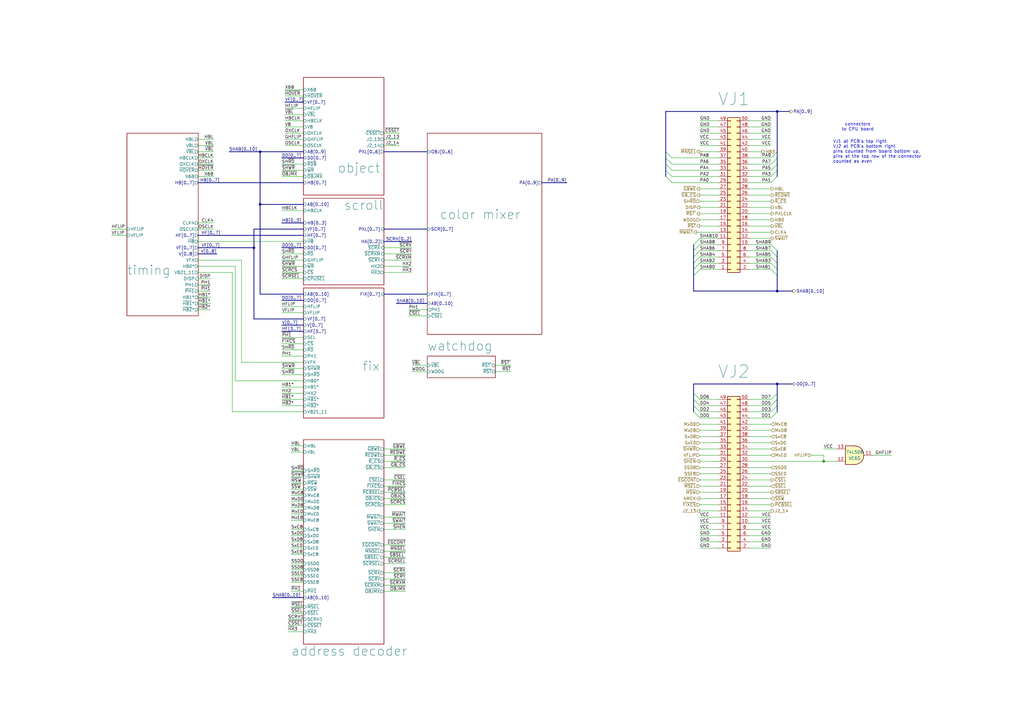
<source format=kicad_sch>
(kicad_sch (version 20231120) (generator "eeschema") (generator_version "8.0")
  (paper "A3")
  (title_block (date "2024-10-12") (company "JOTEGO") (comment 1 "Jose Tejada"))
  (lib_symbols
    (symbol "Connector_Generic:Conn_02x25_Odd_Even" (pin_names (offset 1.016) hide)
      (property "Reference" "J" (at 1.27 33.02 0))
      (property "Value" "Conn_02x25_Odd_Even" (at 1.27 -33.02 0))
      (symbol "Conn_02x25_Odd_Even_1_1"
        (rectangle (start -1.27 -30.353) (end 0 -30.607) (stroke (width 0.1524)))
        (rectangle (start -1.27 -27.813) (end 0 -28.067) (stroke (width 0.1524)))
        (rectangle (start -1.27 -25.273) (end 0 -25.527) (stroke (width 0.1524)))
        (rectangle (start -1.27 -22.733) (end 0 -22.987) (stroke (width 0.1524)))
        (rectangle (start -1.27 -20.193) (end 0 -20.447) (stroke (width 0.1524)))
        (rectangle (start -1.27 -17.653) (end 0 -17.907) (stroke (width 0.1524)))
        (rectangle (start -1.27 -15.113) (end 0 -15.367) (stroke (width 0.1524)))
        (rectangle (start -1.27 -12.573) (end 0 -12.827) (stroke (width 0.1524)))
        (rectangle (start -1.27 -10.033) (end 0 -10.287) (stroke (width 0.1524)))
        (rectangle (start -1.27 -7.493) (end 0 -7.747) (stroke (width 0.1524)))
        (rectangle (start -1.27 -4.953) (end 0 -5.207) (stroke (width 0.1524)))
        (rectangle (start -1.27 -2.413) (end 0 -2.667) (stroke (width 0.1524)))
        (rectangle (start -1.27 0.127) (end 0 -0.127) (stroke (width 0.1524)))
        (rectangle (start -1.27 2.667) (end 0 2.413) (stroke (width 0.1524)))
        (rectangle (start -1.27 5.207) (end 0 4.953) (stroke (width 0.1524)))
        (rectangle (start -1.27 7.747) (end 0 7.493) (stroke (width 0.1524)))
        (rectangle (start -1.27 10.287) (end 0 10.033) (stroke (width 0.1524)))
        (rectangle (start -1.27 12.827) (end 0 12.573) (stroke (width 0.1524)))
        (rectangle (start -1.27 15.367) (end 0 15.113) (stroke (width 0.1524)))
        (rectangle (start -1.27 17.907) (end 0 17.653) (stroke (width 0.1524)))
        (rectangle (start -1.27 20.447) (end 0 20.193) (stroke (width 0.1524)))
        (rectangle (start -1.27 22.987) (end 0 22.733) (stroke (width 0.1524)))
        (rectangle (start -1.27 25.527) (end 0 25.273) (stroke (width 0.1524)))
        (rectangle (start -1.27 28.067) (end 0 27.813) (stroke (width 0.1524)))
        (rectangle (start -1.27 30.607) (end 0 30.353) (stroke (width 0.1524)))
        (rectangle (start -1.27 31.75) (end 3.81 -31.75) (stroke (width 0.254)) (fill (type background)))
        (rectangle (start 3.81 -30.353) (end 2.54 -30.607) (stroke (width 0.1524)))
        (rectangle (start 3.81 -27.813) (end 2.54 -28.067) (stroke (width 0.1524)))
        (rectangle (start 3.81 -25.273) (end 2.54 -25.527) (stroke (width 0.1524)))
        (rectangle (start 3.81 -22.733) (end 2.54 -22.987) (stroke (width 0.1524)))
        (rectangle (start 3.81 -20.193) (end 2.54 -20.447) (stroke (width 0.1524)))
        (rectangle (start 3.81 -17.653) (end 2.54 -17.907) (stroke (width 0.1524)))
        (rectangle (start 3.81 -15.113) (end 2.54 -15.367) (stroke (width 0.1524)))
        (rectangle (start 3.81 -12.573) (end 2.54 -12.827) (stroke (width 0.1524)))
        (rectangle (start 3.81 -10.033) (end 2.54 -10.287) (stroke (width 0.1524)))
        (rectangle (start 3.81 -7.493) (end 2.54 -7.747) (stroke (width 0.1524)))
        (rectangle (start 3.81 -4.953) (end 2.54 -5.207) (stroke (width 0.1524)))
        (rectangle (start 3.81 -2.413) (end 2.54 -2.667) (stroke (width 0.1524)))
        (rectangle (start 3.81 0.127) (end 2.54 -0.127) (stroke (width 0.1524)))
        (rectangle (start 3.81 2.667) (end 2.54 2.413) (stroke (width 0.1524)))
        (rectangle (start 3.81 5.207) (end 2.54 4.953) (stroke (width 0.1524)))
        (rectangle (start 3.81 7.747) (end 2.54 7.493) (stroke (width 0.1524)))
        (rectangle (start 3.81 10.287) (end 2.54 10.033) (stroke (width 0.1524)))
        (rectangle (start 3.81 12.827) (end 2.54 12.573) (stroke (width 0.1524)))
        (rectangle (start 3.81 15.367) (end 2.54 15.113) (stroke (width 0.1524)))
        (rectangle (start 3.81 17.907) (end 2.54 17.653) (stroke (width 0.1524)))
        (rectangle (start 3.81 20.447) (end 2.54 20.193) (stroke (width 0.1524)))
        (rectangle (start 3.81 22.987) (end 2.54 22.733) (stroke (width 0.1524)))
        (rectangle (start 3.81 25.527) (end 2.54 25.273) (stroke (width 0.1524)))
        (rectangle (start 3.81 28.067) (end 2.54 27.813) (stroke (width 0.1524)))
        (rectangle (start 3.81 30.607) (end 2.54 30.353) (stroke (width 0.1524)))
        (pin passive line (at -5.08 30.48 0) (length 3.81) (name "Pin_1") (number "1"))
        (pin passive line (at 7.62 20.32 180) (length 3.81) (name "Pin_10") (number "10"))
        (pin passive line (at -5.08 17.78 0) (length 3.81) (name "Pin_11") (number "11"))
        (pin passive line (at 7.62 17.78 180) (length 3.81) (name "Pin_12") (number "12"))
        (pin passive line (at -5.08 15.24 0) (length 3.81) (name "Pin_13") (number "13"))
        (pin passive line (at 7.62 15.24 180) (length 3.81) (name "Pin_14") (number "14"))
        (pin passive line (at -5.08 12.7 0) (length 3.81) (name "Pin_15") (number "15"))
        (pin passive line (at 7.62 12.7 180) (length 3.81) (name "Pin_16") (number "16"))
        (pin passive line (at -5.08 10.16 0) (length 3.81) (name "Pin_17") (number "17"))
        (pin passive line (at 7.62 10.16 180) (length 3.81) (name "Pin_18") (number "18"))
        (pin passive line (at -5.08 7.62 0) (length 3.81) (name "Pin_19") (number "19"))
        (pin passive line (at 7.62 30.48 180) (length 3.81) (name "Pin_2") (number "2"))
        (pin passive line (at 7.62 7.62 180) (length 3.81) (name "Pin_20") (number "20"))
        (pin passive line (at -5.08 5.08 0) (length 3.81) (name "Pin_21") (number "21"))
        (pin passive line (at 7.62 5.08 180) (length 3.81) (name "Pin_22") (number "22"))
        (pin passive line (at -5.08 2.54 0) (length 3.81) (name "Pin_23") (number "23"))
        (pin passive line (at 7.62 2.54 180) (length 3.81) (name "Pin_24") (number "24"))
        (pin passive line (at -5.08 0 0) (length 3.81) (name "Pin_25") (number "25"))
        (pin passive line (at 7.62 0 180) (length 3.81) (name "Pin_26") (number "26"))
        (pin passive line (at -5.08 -2.54 0) (length 3.81) (name "Pin_27") (number "27"))
        (pin passive line (at 7.62 -2.54 180) (length 3.81) (name "Pin_28") (number "28"))
        (pin passive line (at -5.08 -5.08 0) (length 3.81) (name "Pin_29") (number "29"))
        (pin passive line (at -5.08 27.94 0) (length 3.81) (name "Pin_3") (number "3"))
        (pin passive line (at 7.62 -5.08 180) (length 3.81) (name "Pin_30") (number "30"))
        (pin passive line (at -5.08 -7.62 0) (length 3.81) (name "Pin_31") (number "31"))
        (pin passive line (at 7.62 -7.62 180) (length 3.81) (name "Pin_32") (number "32"))
        (pin passive line (at -5.08 -10.16 0) (length 3.81) (name "Pin_33") (number "33"))
        (pin passive line (at 7.62 -10.16 180) (length 3.81) (name "Pin_34") (number "34"))
        (pin passive line (at -5.08 -12.7 0) (length 3.81) (name "Pin_35") (number "35"))
        (pin passive line (at 7.62 -12.7 180) (length 3.81) (name "Pin_36") (number "36"))
        (pin passive line (at -5.08 -15.24 0) (length 3.81) (name "Pin_37") (number "37"))
        (pin passive line (at 7.62 -15.24 180) (length 3.81) (name "Pin_38") (number "38"))
        (pin passive line (at -5.08 -17.78 0) (length 3.81) (name "Pin_39") (number "39"))
        (pin passive line (at 7.62 27.94 180) (length 3.81) (name "Pin_4") (number "4"))
        (pin passive line (at 7.62 -17.78 180) (length 3.81) (name "Pin_40") (number "40"))
        (pin passive line (at -5.08 -20.32 0) (length 3.81) (name "Pin_41") (number "41"))
        (pin passive line (at 7.62 -20.32 180) (length 3.81) (name "Pin_42") (number "42"))
        (pin passive line (at -5.08 -22.86 0) (length 3.81) (name "Pin_43") (number "43"))
        (pin passive line (at 7.62 -22.86 180) (length 3.81) (name "Pin_44") (number "44"))
        (pin passive line (at -5.08 -25.4 0) (length 3.81) (name "Pin_45") (number "45"))
        (pin passive line (at 7.62 -25.4 180) (length 3.81) (name "Pin_46") (number "46"))
        (pin passive line (at -5.08 -27.94 0) (length 3.81) (name "Pin_47") (number "47"))
        (pin passive line (at 7.62 -27.94 180) (length 3.81) (name "Pin_48") (number "48"))
        (pin passive line (at -5.08 -30.48 0) (length 3.81) (name "Pin_49") (number "49"))
        (pin passive line (at -5.08 25.4 0) (length 3.81) (name "Pin_5") (number "5"))
        (pin passive line (at 7.62 -30.48 180) (length 3.81) (name "Pin_50") (number "50"))
        (pin passive line (at 7.62 25.4 180) (length 3.81) (name "Pin_6") (number "6"))
        (pin passive line (at -5.08 22.86 0) (length 3.81) (name "Pin_7") (number "7"))
        (pin passive line (at 7.62 22.86 180) (length 3.81) (name "Pin_8") (number "8"))
        (pin passive line (at -5.08 20.32 0) (length 3.81) (name "Pin_9") (number "9"))
      )
    )
    (symbol "jt74:74LS08" (pin_names (offset 1.016))
      (property "Reference" "U" (at 0 1.27 0))
      (property "Value" "74LS08" (at 0 -1.27 0))
      (symbol "74LS08_1_1"
        (arc (start 0 -3.81) (mid 3.7934 0) (end 0 3.81) (stroke (width 0.254)) (fill (type background)))
        (polyline (pts (xy 0 3.81) (xy -3.81 3.81) (xy -3.81 -3.81) (xy 0 -3.81)) (stroke (width 0.254)) (fill (type background)))
        (pin input line (at -7.62 2.54 0) (length 3.81) (name "~") (number "1"))
        (pin input line (at -7.62 -2.54 0) (length 3.81) (name "~") (number "2"))
        (pin output line (at 7.62 0 180) (length 3.81) (name "~") (number "3"))
      )
      (symbol "74LS08_1_2"
        (arc (start -3.81 -3.81) (mid -2.589 0) (end -3.81 3.81) (stroke (width 0.254)))
        (arc (start -0.6096 -3.81) (mid 2.1842 -2.5851) (end 3.81 0) (stroke (width 0.254)) (fill (type background)))
        (polyline (pts (xy -3.81 -3.81) (xy -0.635 -3.81)) (stroke (width 0.254)) (fill (type background)))
        (polyline (pts (xy -3.81 3.81) (xy -0.635 3.81)) (stroke (width 0.254)) (fill (type background)))
        (polyline (pts (xy -0.635 3.81) (xy -3.81 3.81) (xy -3.81 3.81) (xy -3.556 3.4036) (xy -3.0226 2.2606) (xy -2.6924 1.0414) (xy -2.6162 -0.254) (xy -2.7686 -1.4986) (xy -3.175 -2.7178) (xy -3.81 -3.81) (xy -3.81 -3.81) (xy -0.635 -3.81)) (stroke (width -25.4)) (fill (type background)))
        (arc (start 3.81 0) (mid 2.1915 2.5936) (end -0.6096 3.81) (stroke (width 0.254)) (fill (type background)))
        (pin input inverted (at -7.62 2.54 0) (length 4.318) (name "~") (number "1"))
        (pin input inverted (at -7.62 -2.54 0) (length 4.318) (name "~") (number "2"))
        (pin output inverted (at 7.62 0 180) (length 3.81) (name "~") (number "3"))
      )
      (symbol "74LS08_2_1"
        (arc (start 0 -3.81) (mid 3.7934 0) (end 0 3.81) (stroke (width 0.254)) (fill (type background)))
        (polyline (pts (xy 0 3.81) (xy -3.81 3.81) (xy -3.81 -3.81) (xy 0 -3.81)) (stroke (width 0.254)) (fill (type background)))
        (pin input line (at -7.62 2.54 0) (length 3.81) (name "~") (number "4"))
        (pin input line (at -7.62 -2.54 0) (length 3.81) (name "~") (number "5"))
        (pin output line (at 7.62 0 180) (length 3.81) (name "~") (number "6"))
      )
      (symbol "74LS08_2_2"
        (arc (start -3.81 -3.81) (mid -2.589 0) (end -3.81 3.81) (stroke (width 0.254)))
        (arc (start -0.6096 -3.81) (mid 2.1842 -2.5851) (end 3.81 0) (stroke (width 0.254)) (fill (type background)))
        (polyline (pts (xy -3.81 -3.81) (xy -0.635 -3.81)) (stroke (width 0.254)) (fill (type background)))
        (polyline (pts (xy -3.81 3.81) (xy -0.635 3.81)) (stroke (width 0.254)) (fill (type background)))
        (polyline (pts (xy -0.635 3.81) (xy -3.81 3.81) (xy -3.81 3.81) (xy -3.556 3.4036) (xy -3.0226 2.2606) (xy -2.6924 1.0414) (xy -2.6162 -0.254) (xy -2.7686 -1.4986) (xy -3.175 -2.7178) (xy -3.81 -3.81) (xy -3.81 -3.81) (xy -0.635 -3.81)) (stroke (width -25.4)) (fill (type background)))
        (arc (start 3.81 0) (mid 2.1915 2.5936) (end -0.6096 3.81) (stroke (width 0.254)) (fill (type background)))
        (pin input inverted (at -7.62 2.54 0) (length 4.318) (name "~") (number "4"))
        (pin input inverted (at -7.62 -2.54 0) (length 4.318) (name "~") (number "5"))
        (pin output inverted (at 7.62 0 180) (length 3.81) (name "~") (number "6"))
      )
      (symbol "74LS08_3_1"
        (arc (start 0 -3.81) (mid 3.7934 0) (end 0 3.81) (stroke (width 0.254)) (fill (type background)))
        (polyline (pts (xy 0 3.81) (xy -3.81 3.81) (xy -3.81 -3.81) (xy 0 -3.81)) (stroke (width 0.254)) (fill (type background)))
        (pin input line (at -7.62 -2.54 0) (length 3.81) (name "~") (number "10"))
        (pin output line (at 7.62 0 180) (length 3.81) (name "~") (number "8"))
        (pin input line (at -7.62 2.54 0) (length 3.81) (name "~") (number "9"))
      )
      (symbol "74LS08_3_2"
        (arc (start -3.81 -3.81) (mid -2.589 0) (end -3.81 3.81) (stroke (width 0.254)))
        (arc (start -0.6096 -3.81) (mid 2.1842 -2.5851) (end 3.81 0) (stroke (width 0.254)) (fill (type background)))
        (polyline (pts (xy -3.81 -3.81) (xy -0.635 -3.81)) (stroke (width 0.254)) (fill (type background)))
        (polyline (pts (xy -3.81 3.81) (xy -0.635 3.81)) (stroke (width 0.254)) (fill (type background)))
        (polyline (pts (xy -0.635 3.81) (xy -3.81 3.81) (xy -3.81 3.81) (xy -3.556 3.4036) (xy -3.0226 2.2606) (xy -2.6924 1.0414) (xy -2.6162 -0.254) (xy -2.7686 -1.4986) (xy -3.175 -2.7178) (xy -3.81 -3.81) (xy -3.81 -3.81) (xy -0.635 -3.81)) (stroke (width -25.4)) (fill (type background)))
        (arc (start 3.81 0) (mid 2.1915 2.5936) (end -0.6096 3.81) (stroke (width 0.254)) (fill (type background)))
        (pin input inverted (at -7.62 -2.54 0) (length 4.318) (name "~") (number "10"))
        (pin output inverted (at 7.62 0 180) (length 3.81) (name "~") (number "8"))
        (pin input inverted (at -7.62 2.54 0) (length 4.318) (name "~") (number "9"))
      )
      (symbol "74LS08_4_1"
        (arc (start 0 -3.81) (mid 3.7934 0) (end 0 3.81) (stroke (width 0.254)) (fill (type background)))
        (polyline (pts (xy 0 3.81) (xy -3.81 3.81) (xy -3.81 -3.81) (xy 0 -3.81)) (stroke (width 0.254)) (fill (type background)))
        (pin output line (at 7.62 0 180) (length 3.81) (name "~") (number "11"))
        (pin input line (at -7.62 2.54 0) (length 3.81) (name "~") (number "12"))
        (pin input line (at -7.62 -2.54 0) (length 3.81) (name "~") (number "13"))
      )
      (symbol "74LS08_4_2"
        (arc (start -3.81 -3.81) (mid -2.589 0) (end -3.81 3.81) (stroke (width 0.254)))
        (arc (start -0.6096 -3.81) (mid 2.1842 -2.5851) (end 3.81 0) (stroke (width 0.254)) (fill (type background)))
        (polyline (pts (xy -3.81 -3.81) (xy -0.635 -3.81)) (stroke (width 0.254)) (fill (type background)))
        (polyline (pts (xy -3.81 3.81) (xy -0.635 3.81)) (stroke (width 0.254)) (fill (type background)))
        (polyline (pts (xy -0.635 3.81) (xy -3.81 3.81) (xy -3.81 3.81) (xy -3.556 3.4036) (xy -3.0226 2.2606) (xy -2.6924 1.0414) (xy -2.6162 -0.254) (xy -2.7686 -1.4986) (xy -3.175 -2.7178) (xy -3.81 -3.81) (xy -3.81 -3.81) (xy -0.635 -3.81)) (stroke (width -25.4)) (fill (type background)))
        (arc (start 3.81 0) (mid 2.1915 2.5936) (end -0.6096 3.81) (stroke (width 0.254)) (fill (type background)))
        (pin output inverted (at 7.62 0 180) (length 3.81) (name "~") (number "11"))
        (pin input inverted (at -7.62 2.54 0) (length 4.318) (name "~") (number "12"))
        (pin input inverted (at -7.62 -2.54 0) (length 4.318) (name "~") (number "13"))
      )
      (symbol "74LS08_5_0"
        (pin power_in line (at 0 7.62 270) (length 5.08) hide (name "VCC") (number "14"))
        (pin power_in line (at 0 -7.62 90) (length 5.08) hide (name "VSS") (number "7"))
      )
      (symbol "74LS08_5_1"
        (rectangle (start -5.08 7.62) (end 5.08 -7.62) (stroke (width 0.254)) (fill (type background)))
        (text "+" (at 0 6.35 0) (effects (font (size 1.27 1.27))))
      )
    )
  )
  (junction (at 318.77 119.38))
  (junction (at 106.68 62.23))
  (junction (at 318.77 157.48))
  (junction (at 337.82 189.23))
  (junction (at 318.77 45.72))
  (junction (at 104.14 101.6))
  (junction (at 106.68 83.82))
  (bus_entry (at 287.02 166.37) (size -2.54 -2.54))
  (bus_entry (at 316.23 72.39) (size 2.54 -2.54))
  (bus_entry (at 275.59 69.85) (size -2.54 -2.54))
  (bus_entry (at 318.77 113.03) (size -2.54 -2.54))
  (bus_entry (at 275.59 64.77) (size -2.54 -2.54))
  (bus_entry (at 275.59 72.39) (size -2.54 -2.54))
  (bus_entry (at 284.48 105.41) (size 2.54 -2.54))
  (bus_entry (at 316.23 166.37) (size 2.54 -2.54))
  (bus_entry (at 316.23 69.85) (size 2.54 -2.54))
  (bus_entry (at 287.02 163.83) (size -2.54 -2.54))
  (bus_entry (at 287.02 171.45) (size -2.54 -2.54))
  (bus_entry (at 316.23 168.91) (size 2.54 -2.54))
  (bus_entry (at 316.23 67.31) (size 2.54 -2.54))
  (bus_entry (at 284.48 110.49) (size 2.54 -2.54))
  (bus_entry (at 316.23 74.93) (size 2.54 -2.54))
  (bus_entry (at 284.48 107.95) (size 2.54 -2.54))
  (bus_entry (at 316.23 64.77) (size 2.54 -2.54))
  (bus_entry (at 284.48 100.33) (size 2.54 -2.54))
  (bus_entry (at 318.77 102.87) (size -2.54 -2.54))
  (bus_entry (at 275.59 67.31) (size -2.54 -2.54))
  (bus_entry (at 318.77 105.41) (size -2.54 -2.54))
  (bus_entry (at 275.59 74.93) (size -2.54 -2.54))
  (bus_entry (at 284.48 102.87) (size 2.54 -2.54))
  (bus_entry (at 284.48 113.03) (size 2.54 -2.54))
  (bus_entry (at 316.23 163.83) (size 2.54 -2.54))
  (bus_entry (at 316.23 171.45) (size 2.54 -2.54))
  (bus_entry (at 287.02 168.91) (size -2.54 -2.54))
  (bus_entry (at 318.77 107.95) (size -2.54 -2.54))
  (bus_entry (at 318.77 110.49) (size -2.54 -2.54))
  (wire (pts (xy 337.82 184.15) (xy 342.9 184.15)))
  (wire (pts (xy 157.48 237.49) (xy 166.37 237.49)))
  (wire (pts (xy 157.48 59.69) (xy 163.83 59.69)))
  (wire (pts (xy 81.28 57.15) (xy 87.63 57.15)))
  (bus (pts (xy 318.77 107.95) (xy 318.77 105.41)))
  (wire (pts (xy 167.64 129.54) (xy 175.26 129.54)))
  (wire (pts (xy 119.38 200.66) (xy 124.46 200.66)))
  (wire (pts (xy 287.02 54.61) (xy 294.64 54.61)))
  (wire (pts (xy 287.02 85.09) (xy 294.64 85.09)))
  (wire (pts (xy 307.34 201.93) (xy 316.23 201.93)))
  (wire (pts (xy 95.25 111.76) (xy 95.25 168.91)))
  (wire (pts (xy 307.34 173.99) (xy 316.23 173.99)))
  (bus (pts (xy 273.05 62.23) (xy 273.05 45.72)))
  (wire (pts (xy 115.57 163.83) (xy 124.46 163.83)))
  (wire (pts (xy 116.84 52.07) (xy 124.46 52.07)))
  (bus (pts (xy 284.48 157.48) (xy 318.77 157.48)))
  (wire (pts (xy 287.02 181.61) (xy 294.64 181.61)))
  (wire (pts (xy 157.48 106.68) (xy 168.91 106.68)))
  (wire (pts (xy 157.48 54.61) (xy 163.83 54.61)))
  (bus (pts (xy 106.68 62.23) (xy 106.68 83.82)))
  (wire (pts (xy 116.84 39.37) (xy 124.46 39.37)))
  (wire (pts (xy 307.34 72.39) (xy 316.23 72.39)))
  (wire (pts (xy 124.46 59.69) (xy 116.84 59.69)))
  (wire (pts (xy 124.46 46.99) (xy 116.84 46.99)))
  (wire (pts (xy 307.34 166.37) (xy 316.23 166.37)))
  (bus (pts (xy 106.68 120.65) (xy 124.46 120.65)))
  (wire (pts (xy 118.11 256.54) (xy 124.46 256.54)))
  (wire (pts (xy 115.57 143.51) (xy 124.46 143.51)))
  (wire (pts (xy 116.84 36.83) (xy 124.46 36.83)))
  (wire (pts (xy 316.23 212.09) (xy 307.34 212.09)))
  (bus (pts (xy 115.57 135.89) (xy 124.46 135.89)))
  (wire (pts (xy 307.34 92.71) (xy 316.23 92.71)))
  (wire (pts (xy 124.46 161.29) (xy 115.57 161.29)))
  (bus (pts (xy 318.77 168.91) (xy 318.77 166.37)))
  (wire (pts (xy 124.46 49.53) (xy 116.84 49.53)))
  (wire (pts (xy 86.36 119.38) (xy 81.28 119.38)))
  (wire (pts (xy 287.02 194.31) (xy 294.64 194.31)))
  (bus (pts (xy 106.68 83.82) (xy 124.46 83.82)))
  (wire (pts (xy 287.02 97.79) (xy 294.64 97.79)))
  (wire (pts (xy 287.02 92.71) (xy 294.64 92.71)))
  (bus (pts (xy 81.28 74.93) (xy 124.46 74.93)))
  (bus (pts (xy 81.28 96.52) (xy 124.46 96.52)))
  (bus (pts (xy 318.77 64.77) (xy 318.77 62.23)))
  (bus (pts (xy 318.77 161.29) (xy 318.77 157.48)))
  (wire (pts (xy 119.38 210.82) (xy 124.46 210.82)))
  (wire (pts (xy 157.48 101.6) (xy 168.91 101.6)))
  (wire (pts (xy 287.02 102.87) (xy 294.64 102.87)))
  (bus (pts (xy 116.84 41.91) (xy 124.46 41.91)))
  (wire (pts (xy 287.02 191.77) (xy 294.64 191.77)))
  (bus (pts (xy 284.48 161.29) (xy 284.48 157.48)))
  (bus (pts (xy 157.48 120.65) (xy 175.26 120.65)))
  (wire (pts (xy 316.23 57.15) (xy 307.34 57.15)))
  (bus (pts (xy 115.57 91.44) (xy 124.46 91.44)))
  (wire (pts (xy 287.02 168.91) (xy 294.64 168.91)))
  (wire (pts (xy 307.34 181.61) (xy 316.23 181.61)))
  (wire (pts (xy 81.28 59.69) (xy 87.63 59.69)))
  (wire (pts (xy 157.48 189.23) (xy 166.37 189.23)))
  (wire (pts (xy 287.02 59.69) (xy 294.64 59.69)))
  (wire (pts (xy 115.57 109.22) (xy 124.46 109.22)))
  (wire (pts (xy 287.02 77.47) (xy 294.64 77.47)))
  (bus (pts (xy 318.77 119.38) (xy 318.77 113.03)))
  (wire (pts (xy 119.38 236.22) (xy 124.46 236.22)))
  (wire (pts (xy 115.57 72.39) (xy 124.46 72.39)))
  (wire (pts (xy 45.72 96.52) (xy 52.07 96.52)))
  (wire (pts (xy 203.2 149.86) (xy 209.55 149.86)))
  (wire (pts (xy 287.02 107.95) (xy 294.64 107.95)))
  (wire (pts (xy 96.52 109.22) (xy 96.52 156.21)))
  (wire (pts (xy 119.38 208.28) (xy 124.46 208.28)))
  (bus (pts (xy 284.48 163.83) (xy 284.48 161.29)))
  (wire (pts (xy 115.57 125.73) (xy 124.46 125.73)))
  (wire (pts (xy 95.25 168.91) (xy 124.46 168.91)))
  (wire (pts (xy 307.34 85.09) (xy 316.23 85.09)))
  (wire (pts (xy 307.34 74.93) (xy 316.23 74.93)))
  (wire (pts (xy 157.48 109.22) (xy 168.91 109.22)))
  (wire (pts (xy 287.02 90.17) (xy 294.64 90.17)))
  (wire (pts (xy 157.48 214.63) (xy 166.37 214.63)))
  (wire (pts (xy 81.28 69.85) (xy 87.63 69.85)))
  (wire (pts (xy 287.02 201.93) (xy 294.64 201.93)))
  (wire (pts (xy 275.59 67.31) (xy 294.64 67.31)))
  (wire (pts (xy 119.38 213.36) (xy 124.46 213.36)))
  (wire (pts (xy 118.11 254) (xy 124.46 254)))
  (wire (pts (xy 116.84 57.15) (xy 124.46 57.15)))
  (bus (pts (xy 104.14 101.6) (xy 104.14 93.98)))
  (bus (pts (xy 318.77 113.03) (xy 318.77 110.49)))
  (wire (pts (xy 307.34 62.23) (xy 312.42 62.23)))
  (wire (pts (xy 287.02 199.39) (xy 294.64 199.39)))
  (bus (pts (xy 284.48 105.41) (xy 284.48 107.95)))
  (bus (pts (xy 273.05 67.31) (xy 273.05 64.77)))
  (wire (pts (xy 99.06 106.68) (xy 99.06 148.59)))
  (bus (pts (xy 106.68 62.23) (xy 124.46 62.23)))
  (bus (pts (xy 157.48 93.98) (xy 175.26 93.98)))
  (bus (pts (xy 325.12 119.38) (xy 318.77 119.38)))
  (wire (pts (xy 157.48 207.01) (xy 166.37 207.01)))
  (wire (pts (xy 287.02 163.83) (xy 294.64 163.83)))
  (wire (pts (xy 86.36 127) (xy 81.28 127)))
  (wire (pts (xy 287.02 62.23) (xy 294.64 62.23)))
  (bus (pts (xy 284.48 102.87) (xy 284.48 105.41)))
  (wire (pts (xy 157.48 228.6) (xy 166.37 228.6)))
  (wire (pts (xy 81.28 109.22) (xy 96.52 109.22)))
  (wire (pts (xy 157.48 111.76) (xy 168.91 111.76)))
  (wire (pts (xy 287.02 212.09) (xy 294.64 212.09)))
  (wire (pts (xy 287.02 80.01) (xy 294.64 80.01)))
  (wire (pts (xy 81.28 114.3) (xy 86.36 114.3)))
  (bus (pts (xy 115.57 101.6) (xy 124.46 101.6)))
  (wire (pts (xy 287.02 105.41) (xy 294.64 105.41)))
  (wire (pts (xy 115.57 166.37) (xy 124.46 166.37)))
  (wire (pts (xy 157.48 184.15) (xy 166.37 184.15)))
  (wire (pts (xy 337.82 186.69) (xy 337.82 189.23)))
  (wire (pts (xy 157.48 204.47) (xy 166.37 204.47)))
  (bus (pts (xy 284.48 168.91) (xy 284.48 166.37)))
  (wire (pts (xy 332.74 186.69) (xy 337.82 186.69)))
  (wire (pts (xy 307.34 67.31) (xy 316.23 67.31)))
  (wire (pts (xy 307.34 102.87) (xy 316.23 102.87)))
  (bus (pts (xy 273.05 64.77) (xy 273.05 62.23)))
  (wire (pts (xy 275.59 72.39) (xy 294.64 72.39)))
  (wire (pts (xy 287.02 186.69) (xy 294.64 186.69)))
  (wire (pts (xy 115.57 151.13) (xy 124.46 151.13)))
  (wire (pts (xy 287.02 49.53) (xy 294.64 49.53)))
  (wire (pts (xy 337.82 189.23) (xy 342.9 189.23)))
  (wire (pts (xy 287.02 184.15) (xy 294.64 184.15)))
  (bus (pts (xy 157.48 99.06) (xy 168.91 99.06)))
  (wire (pts (xy 307.34 69.85) (xy 316.23 69.85)))
  (wire (pts (xy 307.34 186.69) (xy 316.23 186.69)))
  (bus (pts (xy 104.14 93.98) (xy 124.46 93.98)))
  (bus (pts (xy 104.14 130.81) (xy 124.46 130.81)))
  (wire (pts (xy 115.57 140.97) (xy 124.46 140.97)))
  (wire (pts (xy 307.34 171.45) (xy 316.23 171.45)))
  (bus (pts (xy 81.28 101.6) (xy 104.14 101.6)))
  (bus (pts (xy 284.48 119.38) (xy 318.77 119.38)))
  (wire (pts (xy 287.02 196.85) (xy 294.64 196.85)))
  (wire (pts (xy 124.46 251.46) (xy 119.38 251.46)))
  (bus (pts (xy 318.77 163.83) (xy 318.77 161.29)))
  (bus (pts (xy 222.25 74.93) (xy 232.41 74.93)))
  (wire (pts (xy 307.34 222.25) (xy 316.23 222.25)))
  (bus (pts (xy 81.28 104.14) (xy 88.9 104.14)))
  (wire (pts (xy 116.84 44.45) (xy 124.46 44.45)))
  (wire (pts (xy 115.57 104.14) (xy 124.46 104.14)))
  (wire (pts (xy 119.38 217.17) (xy 124.46 217.17)))
  (wire (pts (xy 307.34 184.15) (xy 316.23 184.15)))
  (wire (pts (xy 124.46 242.57) (xy 119.38 242.57)))
  (wire (pts (xy 287.02 110.49) (xy 294.64 110.49)))
  (wire (pts (xy 116.84 54.61) (xy 124.46 54.61)))
  (wire (pts (xy 115.57 146.05) (xy 124.46 146.05)))
  (wire (pts (xy 287.02 82.55) (xy 294.64 82.55)))
  (wire (pts (xy 81.28 72.39) (xy 87.63 72.39)))
  (wire (pts (xy 287.02 100.33) (xy 294.64 100.33)))
  (wire (pts (xy 115.57 153.67) (xy 124.46 153.67)))
  (wire (pts (xy 307.34 49.53) (xy 316.23 49.53)))
  (wire (pts (xy 285.75 95.25) (xy 294.64 95.25)))
  (bus (pts (xy 318.77 166.37) (xy 318.77 163.83)))
  (wire (pts (xy 118.11 259.08) (xy 124.46 259.08)))
  (wire (pts (xy 81.28 91.44) (xy 87.63 91.44)))
  (bus (pts (xy 284.48 110.49) (xy 284.48 113.03)))
  (wire (pts (xy 307.34 168.91) (xy 316.23 168.91)))
  (wire (pts (xy 119.38 195.58) (xy 124.46 195.58)))
  (bus (pts (xy 106.68 83.82) (xy 106.68 120.65)))
  (wire (pts (xy 81.28 111.76) (xy 95.25 111.76)))
  (bus (pts (xy 157.48 62.23) (xy 175.26 62.23)))
  (wire (pts (xy 307.34 82.55) (xy 316.23 82.55)))
  (wire (pts (xy 307.34 90.17) (xy 316.23 90.17)))
  (bus (pts (xy 318.77 72.39) (xy 318.77 69.85)))
  (wire (pts (xy 307.34 110.49) (xy 316.23 110.49)))
  (wire (pts (xy 307.34 207.01) (xy 316.23 207.01)))
  (wire (pts (xy 115.57 69.85) (xy 124.46 69.85)))
  (wire (pts (xy 307.34 191.77) (xy 316.23 191.77)))
  (wire (pts (xy 287.02 179.07) (xy 294.64 179.07)))
  (wire (pts (xy 287.02 166.37) (xy 294.64 166.37)))
  (wire (pts (xy 119.38 205.74) (xy 124.46 205.74)))
  (wire (pts (xy 81.28 64.77) (xy 87.63 64.77)))
  (wire (pts (xy 275.59 74.93) (xy 294.64 74.93)))
  (wire (pts (xy 81.28 99.06) (xy 124.46 99.06)))
  (wire (pts (xy 157.48 212.09) (xy 166.37 212.09)))
  (bus (pts (xy 93.98 62.23) (xy 106.68 62.23)))
  (wire (pts (xy 287.02 87.63) (xy 294.64 87.63)))
  (wire (pts (xy 119.38 224.79) (xy 124.46 224.79)))
  (wire (pts (xy 307.34 95.25) (xy 316.23 95.25)))
  (wire (pts (xy 157.48 191.77) (xy 166.37 191.77)))
  (wire (pts (xy 307.34 105.41) (xy 316.23 105.41)))
  (wire (pts (xy 307.34 87.63) (xy 316.23 87.63)))
  (wire (pts (xy 287.02 57.15) (xy 294.64 57.15)))
  (wire (pts (xy 119.38 227.33) (xy 124.46 227.33)))
  (wire (pts (xy 119.38 222.25) (xy 124.46 222.25)))
  (wire (pts (xy 307.34 97.79) (xy 316.23 97.79)))
  (wire (pts (xy 307.34 204.47) (xy 316.23 204.47)))
  (wire (pts (xy 316.23 59.69) (xy 307.34 59.69)))
  (wire (pts (xy 119.38 182.88) (xy 124.46 182.88)))
  (wire (pts (xy 287.02 189.23) (xy 294.64 189.23)))
  (wire (pts (xy 119.38 233.68) (xy 124.46 233.68)))
  (wire (pts (xy 119.38 198.12) (xy 124.46 198.12)))
  (wire (pts (xy 96.52 156.21) (xy 124.46 156.21)))
  (wire (pts (xy 307.34 54.61) (xy 316.23 54.61)))
  (wire (pts (xy 124.46 248.92) (xy 119.38 248.92)))
  (wire (pts (xy 307.34 176.53) (xy 316.23 176.53)))
  (wire (pts (xy 307.34 196.85) (xy 316.23 196.85)))
  (wire (pts (xy 287.02 173.99) (xy 294.64 173.99)))
  (wire (pts (xy 157.48 104.14) (xy 168.91 104.14)))
  (wire (pts (xy 157.48 217.17) (xy 166.37 217.17)))
  (wire (pts (xy 307.34 52.07) (xy 316.23 52.07)))
  (wire (pts (xy 203.2 152.4) (xy 209.55 152.4)))
  (wire (pts (xy 307.34 199.39) (xy 316.23 199.39)))
  (wire (pts (xy 81.28 93.98) (xy 87.63 93.98)))
  (bus (pts (xy 273.05 72.39) (xy 273.05 69.85)))
  (wire (pts (xy 287.02 214.63) (xy 294.64 214.63)))
  (wire (pts (xy 115.57 111.76) (xy 124.46 111.76)))
  (wire (pts (xy 115.57 106.68) (xy 124.46 106.68)))
  (wire (pts (xy 307.34 179.07) (xy 316.23 179.07)))
  (wire (pts (xy 81.28 67.31) (xy 87.63 67.31)))
  (wire (pts (xy 307.34 163.83) (xy 316.23 163.83)))
  (wire (pts (xy 45.72 93.98) (xy 52.07 93.98)))
  (wire (pts (xy 287.02 204.47) (xy 294.64 204.47)))
  (wire (pts (xy 168.91 149.86) (xy 175.26 149.86)))
  (wire (pts (xy 99.06 148.59) (xy 124.46 148.59)))
  (bus (pts (xy 318.77 157.48) (xy 325.12 157.48)))
  (wire (pts (xy 166.37 226.06) (xy 157.48 226.06)))
  (wire (pts (xy 157.48 201.93) (xy 166.37 201.93)))
  (wire (pts (xy 307.34 107.95) (xy 316.23 107.95)))
  (wire (pts (xy 316.23 217.17) (xy 307.34 217.17)))
  (bus (pts (xy 111.76 245.11) (xy 124.46 245.11)))
  (bus (pts (xy 162.56 124.46) (xy 175.26 124.46)))
  (wire (pts (xy 115.57 128.27) (xy 124.46 128.27)))
  (wire (pts (xy 275.59 69.85) (xy 294.64 69.85)))
  (wire (pts (xy 157.48 242.57) (xy 166.37 242.57)))
  (wire (pts (xy 119.38 231.14) (xy 124.46 231.14)))
  (wire (pts (xy 119.38 219.71) (xy 124.46 219.71)))
  (wire (pts (xy 287.02 219.71) (xy 294.64 219.71)))
  (wire (pts (xy 157.48 231.14) (xy 166.37 231.14)))
  (wire (pts (xy 307.34 189.23) (xy 337.82 189.23)))
  (bus (pts (xy 318.77 45.72) (xy 323.85 45.72)))
  (bus (pts (xy 273.05 69.85) (xy 273.05 67.31)))
  (bus (pts (xy 318.77 69.85) (xy 318.77 67.31)))
  (wire (pts (xy 287.02 224.79) (xy 294.64 224.79)))
  (wire (pts (xy 119.38 185.42) (xy 124.46 185.42)))
  (wire (pts (xy 307.34 100.33) (xy 316.23 100.33)))
  (wire (pts (xy 81.28 106.68) (xy 99.06 106.68)))
  (wire (pts (xy 307.34 77.47) (xy 316.23 77.47)))
  (wire (pts (xy 81.28 124.46) (xy 86.36 124.46)))
  (wire (pts (xy 365.76 186.69) (xy 358.14 186.69)))
  (bus (pts (xy 115.57 133.35) (xy 124.46 133.35)))
  (wire (pts (xy 81.28 62.23) (xy 87.63 62.23)))
  (wire (pts (xy 119.38 238.76) (xy 124.46 238.76)))
  (bus (pts (xy 318.77 62.23) (xy 318.77 45.72)))
  (bus (pts (xy 318.77 67.31) (xy 318.77 64.77)))
  (wire (pts (xy 86.36 116.84) (xy 81.28 116.84)))
  (wire (pts (xy 157.48 199.39) (xy 166.37 199.39)))
  (wire (pts (xy 307.34 80.01) (xy 316.23 80.01)))
  (wire (pts (xy 115.57 138.43) (xy 124.46 138.43)))
  (wire (pts (xy 307.34 209.55) (xy 316.23 209.55)))
  (wire (pts (xy 115.57 114.3) (xy 124.46 114.3)))
  (wire (pts (xy 287.02 217.17) (xy 294.64 217.17)))
  (wire (pts (xy 119.38 193.04) (xy 124.46 193.04)))
  (wire (pts (xy 157.48 57.15) (xy 163.83 57.15)))
  (bus (pts (xy 284.48 107.95) (xy 284.48 110.49)))
  (wire (pts (xy 287.02 52.07) (xy 294.64 52.07)))
  (wire (pts (xy 275.59 64.77) (xy 294.64 64.77)))
  (wire (pts (xy 287.02 207.01) (xy 294.64 207.01)))
  (wire (pts (xy 119.38 203.2) (xy 124.46 203.2)))
  (wire (pts (xy 307.34 194.31) (xy 316.23 194.31)))
  (wire (pts (xy 157.48 234.95) (xy 166.37 234.95)))
  (bus (pts (xy 104.14 101.6) (xy 104.14 130.81)))
  (wire (pts (xy 316.23 214.63) (xy 307.34 214.63)))
  (bus (pts (xy 318.77 105.41) (xy 318.77 102.87)))
  (bus (pts (xy 115.57 64.77) (xy 124.46 64.77)))
  (wire (pts (xy 167.64 127) (xy 175.26 127)))
  (wire (pts (xy 81.28 121.92) (xy 86.36 121.92)))
  (wire (pts (xy 287.02 171.45) (xy 294.64 171.45)))
  (wire (pts (xy 307.34 64.77) (xy 316.23 64.77)))
  (bus (pts (xy 284.48 113.03) (xy 284.48 119.38)))
  (bus (pts (xy 273.05 45.72) (xy 318.77 45.72)))
  (wire (pts (xy 168.91 152.4) (xy 175.26 152.4)))
  (wire (pts (xy 307.34 224.79) (xy 316.23 224.79)))
  (wire (pts (xy 287.02 222.25) (xy 294.64 222.25)))
  (wire (pts (xy 287.02 209.55) (xy 294.64 209.55)))
  (wire (pts (xy 115.57 86.36) (xy 124.46 86.36)))
  (wire (pts (xy 157.48 196.85) (xy 166.37 196.85)))
  (bus (pts (xy 284.48 100.33) (xy 284.48 102.87)))
  (wire (pts (xy 124.46 158.75) (xy 115.57 158.75)))
  (wire (pts (xy 157.48 186.69) (xy 166.37 186.69)))
  (bus (pts (xy 318.77 110.49) (xy 318.77 107.95)))
  (wire (pts (xy 307.34 219.71) (xy 316.23 219.71)))
  (wire (pts (xy 287.02 176.53) (xy 294.64 176.53)))
  (bus (pts (xy 115.57 123.19) (xy 124.46 123.19)))
  (wire (pts (xy 157.48 223.52) (xy 166.37 223.52)))
  (bus (pts (xy 284.48 166.37) (xy 284.48 163.83)))
  (wire (pts (xy 115.57 67.31) (xy 124.46 67.31)))
  (wire (pts (xy 157.48 240.03) (xy 166.37 240.03)))
  (text "connectors\nto CPU board" (at 351.79 52.07 0) (effects (font (size 1.27 1.27))))
  (text "VJ1 at PCB's top right\nVJ2 at PCB's bottom right\npins counted from board bottom up,\npins at the top row of the connector\ncounted as even" (at 341.63 62.23 0) (effects (font (size 1.27 1.27)) (justify left)))
  (label "HX2" (at 115.57 161.29 0))
  (label "~{OBJMX}" (at 115.57 72.39 0))
  (label "~{SBSEL'}" (at 166.37 228.6 180))
  (label "~{HOVER}" (at 87.63 69.85 180))
  (label "~{FIXCS}" (at 115.57 140.97 0))
  (label "~{HB2}*" (at 86.36 127 180))
  (label "PA[0..9]" (at 232.41 74.93 180))
  (label "DD1" (at 316.23 171.45 180))
  (label "~{RST}" (at 209.55 152.4 180))
  (label "~{CSEL}" (at 166.37 196.85 180))
  (label "GND" (at 287.02 219.71 0))
  (label "~{SCRSEL}" (at 166.37 231.14 180))
  (label "~{MSEL}" (at 119.38 248.92 0))
  (label "~{GBWE}" (at 166.37 184.15 180))
  (label "~{CSSET}" (at 163.83 54.61 180))
  (label "GND" (at 316.23 219.71 180))
  (label "~{PH1}" (at 119.38 242.57 0))
  (label "VCC" (at 316.23 57.15 180))
  (label "~{CSEL}" (at 167.64 129.54 0))
  (label "SSE8" (at 119.38 238.76 0))
  (label "~{SCRXM}" (at 168.91 106.68 180))
  (label "SH~{RD}" (at 115.57 143.51 0))
  (label "SxD0" (at 119.38 219.71 0))
  (label "~{HB2}*" (at 115.57 166.37 0))
  (label "HFLIP" (at 45.72 93.98 0))
  (label "~{MSW}" (at 119.38 198.12 0))
  (label "~{SCRCS}" (at 166.37 207.01 180))
  (label "~{PH1}" (at 86.36 119.38 180))
  (label "VCC" (at 316.23 59.69 180))
  (label "SHAB[0..10]" (at 93.98 62.23 0))
  (label "VFLIP" (at 45.72 96.52 0))
  (label "~{SCRY}" (at 166.37 237.49 180))
  (label "~{CSSET}" (at 118.11 256.54 0))
  (label "PA4" (at 287.02 69.85 0))
  (label "WDOG" (at 168.91 152.4 0))
  (label "MxD0" (at 119.38 205.74 0))
  (label "~{SCRX}" (at 168.91 101.6 180))
  (label "GND" (at 316.23 222.25 180))
  (label "HB[0..7]" (at 90.17 74.93 180))
  (label "SH~{RD}" (at 119.38 193.04 0))
  (label "~{FIXCS}" (at 166.37 199.39 180))
  (label "GND" (at 316.23 52.07 180))
  (label "HBCLK" (at 115.57 86.36 0))
  (label "GND" (at 316.23 54.61 180))
  (label "GND" (at 287.02 52.07 0))
  (label "SHAB1" (at 316.23 110.49 180))
  (label "DD2" (at 287.02 168.91 0))
  (label "X6B" (at 116.84 36.83 0))
  (label "PA7" (at 316.23 67.31 180))
  (label "GHFLIP" (at 115.57 106.68 0))
  (label "~{SSEL}" (at 119.38 251.46 0))
  (label "GND" (at 287.02 49.53 0))
  (label "HB[0..3]" (at 115.57 91.44 0))
  (label "~{HX}3" (at 118.11 259.08 0))
  (label "SxD8" (at 119.38 222.25 0))
  (label "~{HB1}*" (at 86.36 124.46 180))
  (label "~{SHEN}" (at 166.37 217.17 180))
  (label "SHAB3" (at 316.23 107.95 180))
  (label "VF[0..7]" (at 116.84 41.91 0))
  (label "PH1" (at 115.57 146.05 0))
  (label "VCC" (at 287.02 59.69 0))
  (label "SHAB2" (at 287.02 107.95 0))
  (label "SCRH[0..2]" (at 168.91 99.06 180))
  (label "PA8" (at 287.02 64.77 0))
  (label "DD6" (at 287.02 163.83 0))
  (label "GHFLIP" (at 365.76 186.69 180))
  (label "~{HOVER}" (at 116.84 39.37 0))
  (label "PH1" (at 167.64 127 0))
  (label "PH1" (at 86.36 116.84 180))
  (label "~{VBL}" (at 87.63 62.23 180))
  (label "VCC" (at 287.02 212.09 0))
  (label "~{MWAIT}" (at 166.37 212.09 180))
  (label "VBL" (at 119.38 185.42 0))
  (label "VBL" (at 87.63 59.69 180))
  (label "PA5" (at 316.23 69.85 180))
  (label "VCC" (at 316.23 217.17 180))
  (label "~{PCBSEL}" (at 166.37 201.93 180))
  (label "HFLIP" (at 116.84 44.45 0))
  (label "V[0..7]" (at 115.57 133.35 0))
  (label "SHAB9" (at 316.23 100.33 180))
  (label "VCC" (at 316.23 212.09 180))
  (label "HF[3..7]" (at 115.57 135.89 0))
  (label "SHAB[0..10]" (at 111.76 245.11 0))
  (label "HBCLK" (at 116.84 49.53 0))
  (label "SH~{RD}" (at 115.57 153.67 0))
  (label "GND" (at 287.02 224.79 0))
  (label "~{SHWR}" (at 115.57 109.22 0))
  (label "~{SCRX}" (at 166.37 234.95 180))
  (label "OXCLK" (at 116.84 54.61 0))
  (label "~{SHWR}" (at 115.57 151.13 0))
  (label "VCC" (at 287.02 217.17 0))
  (label "~{RST'}" (at 209.55 149.86 180))
  (label "~{VBL}" (at 168.91 149.86 0))
  (label "MxC8" (at 119.38 203.2 0))
  (label "OSCLK" (at 87.63 93.98 180))
  (label "SSD8" (at 119.38 233.68 0))
  (label "~{VBL}" (at 116.84 46.99 0))
  (label "HBL" (at 87.63 57.15 180))
  (label "~{HX}3" (at 168.91 111.76 180))
  (label "SHAB10" (at 287.02 97.79 0))
  (label "SH~{RD}" (at 115.57 104.14 0))
  (label "~{EGCONT}" (at 166.37 223.52 180))
  (label "HBCLK" (at 87.63 64.77 180))
  (label "DD4" (at 287.02 166.37 0))
  (label "HFLIP" (at 115.57 125.73 0))
  (label "SHAB7" (at 316.23 102.87 180))
  (label "SSD0" (at 119.38 231.14 0))
  (label "GND" (at 316.23 49.53 180))
  (label "~{R_CS}" (at 166.37 189.23 180))
  (label "~{SCRXM}" (at 166.37 240.03 180))
  (label "VCC" (at 287.02 214.63 0))
  (label "SHAB6" (at 287.02 102.87 0))
  (label "MxD8" (at 119.38 208.28 0))
  (label "GHFLIP" (at 116.84 57.15 0))
  (label "SxE8" (at 119.38 227.33 0))
  (label "VCC" (at 287.02 57.15 0))
  (label "HB1*" (at 86.36 121.92 180))
  (label "PA2" (at 287.02 72.39 0))
  (label "J2_14" (at 163.83 59.69 180))
  (label "~{PH1}" (at 115.57 138.43 0))
  (label "~{REDWE}" (at 166.37 186.69 180))
  (label "~{MNSEL}" (at 166.37 226.06 180))
  (label "VCC" (at 337.82 184.15 0))
  (label "~{SCRSEL}" (at 115.57 114.3 0))
  (label "OXCLK" (at 87.63 67.31 180))
  (label "GND" (at 287.02 54.61 0))
  (label "VCC" (at 316.23 214.63 180))
  (label "OSCLK" (at 116.84 59.69 0))
  (label "SHAB8" (at 287.02 100.33 0))
  (label "J2_13" (at 163.83 57.15 180))
  (label "PA3" (at 316.23 72.39 180))
  (label "DD5" (at 316.23 166.37 180))
  (label "DD[0..7]" (at 115.57 64.77 0))
  (label "DD[0..7]" (at 115.57 123.19 0))
  (label "X6B" (at 87.63 72.39 180))
  (label "SHAB0" (at 287.02 110.49 0))
  (label "~{HB1}*" (at 115.57 163.83 0))
  (label "MxE8" (at 119.38 213.36 0))
  (label "HX2" (at 168.91 109.22 180))
  (label "VF[0..7]" (at 82.55 101.6 0))
  (label "~{OBJMX}" (at 166.37 242.57 180))
  (label "SHAB5" (at 316.23 105.41 180))
  (label "GND" (at 287.02 222.25 0))
  (label "~{SCRY}" (at 168.91 104.14 180))
  (label "DD[0..7]" (at 115.57 101.6 0))
  (label "HF[0..7]" (at 82.55 96.52 0))
  (label "SxE0" (at 119.38 224.79 0))
  (label "VFLIP" (at 115.57 128.27 0))
  (label "V8" (at 116.84 52.07 0))
  (label "V[0..8]" (at 88.9 104.14 180))
  (label "SSE0" (at 119.38 236.22 0))
  (label "HBL" (at 119.38 182.88 0))
  (label "~{SHWR}" (at 119.38 195.58 0))
  (label "SHAB4" (at 287.02 105.41 0))
  (label "HB1*" (at 115.57 158.75 0))
  (label "DISP" (at 86.36 114.3 180))
  (label "MxE0" (at 119.38 210.82 0))
  (label "~{OBJCS}" (at 166.37 204.47 180))
  (label "PA1" (at 316.23 74.93 180))
  (label "GND" (at 316.23 224.79 180))
  (label "SHAB[0..10]" (at 162.56 124.46 0))
  (label "PA9" (at 316.23 64.77 180))
  (label "~{GB_CS}" (at 166.37 191.77 180))
  (label "SH~{RD}" (at 115.57 67.31 0))
  (label "DD7" (at 316.23 163.83 180))
  (label "~{SSW}" (at 119.38 200.66 0))
  (label "~{SCRCS}" (at 115.57 111.76 0))
  (label "DD0" (at 287.02 171.45 0))
  (label "DD3" (at 316.23 168.91 180))
  (label "PA6" (at 287.02 67.31 0))
  (label "SCRH1" (at 118.11 254 0))
  (label "~{SHWR}" (at 115.57 69.85 0))
  (label "PA0" (at 287.02 74.93 0))
  (label "SxC8" (at 119.38 217.17 0))
  (label "~{SWAIT}" (at 166.37 214.63 180))
  (label "CLK4" (at 87.63 91.44 180))
  (hierarchical_label "DISP" (shape output) (at 287.02 85.09 180))
  (hierarchical_label "~{SSW}" (shape input) (at 316.23 204.47 0))
  (hierarchical_label "~{R_CS}" (shape output) (at 316.23 82.55 0))
  (hierarchical_label "DD[0..7]" (shape bidirectional) (at 325.12 157.48 0))
  (hierarchical_label "~{SBSEL'}" (shape output) (at 316.23 201.93 0))
  (hierarchical_label "HB3" (shape output) (at 312.42 62.23 0))
  (hierarchical_label "MxE0" (shape input) (at 316.23 186.69 0))
  (hierarchical_label "SSE0" (shape input) (at 316.23 194.31 0))
  (hierarchical_label "SxD0" (shape input) (at 316.23 181.61 0))
  (hierarchical_label "CLK4" (shape output) (at 316.23 95.25 0))
  (hierarchical_label "~{PCBSEL}" (shape output) (at 316.23 207.01 0))
  (hierarchical_label "SxC8" (shape input) (at 316.23 179.07 0))
  (hierarchical_label "SSD8" (shape input) (at 287.02 191.77 180))
  (hierarchical_label "MxD0" (shape input) (at 287.02 173.99 180))
  (hierarchical_label "WDOG" (shape input) (at 287.02 90.17 180))
  (hierarchical_label "~{CSEL}" (shape output) (at 316.23 196.85 0))
  (hierarchical_label "~{REDWE}" (shape output) (at 316.23 80.01 0))
  (hierarchical_label "~{RST'}" (shape output) (at 287.02 87.63 180))
  (hierarchical_label "HB0" (shape output) (at 316.23 90.17 0))
  (hierarchical_label "~{MSW}" (shape input) (at 287.02 201.93 180))
  (hierarchical_label "~{SHWR}" (shape input) (at 287.02 184.15 180))
  (hierarchical_label "~{FIXCS}" (shape input) (at 287.02 207.01 180))
  (hierarchical_label "VBL" (shape output) (at 316.23 85.09 0))
  (hierarchical_label "MxD8" (shape input) (at 316.23 176.53 0))
  (hierarchical_label "HBL" (shape output) (at 316.23 77.47 0))
  (hierarchical_label "MxC8" (shape input) (at 316.23 173.99 0))
  (hierarchical_label "~{MWAIT}" (shape output) (at 285.75 95.25 180))
  (hierarchical_label "SHAB[0..10]" (shape output) (at 325.12 119.38 0))
  (hierarchical_label "~{RST}" (shape output) (at 287.02 92.71 180))
  (hierarchical_label "SxE8" (shape input) (at 316.23 184.15 0))
  (hierarchical_label "PA[0..9]" (shape output) (at 323.85 45.72 0))
  (hierarchical_label "~{EGCONT}" (shape input) (at 287.02 196.85 180))
  (hierarchical_label "~{SSEL}" (shape input) (at 316.23 199.39 0))
  (hierarchical_label "VFLIP" (shape input) (at 287.02 186.69 180))
  (hierarchical_label "~{GBWE}" (shape output) (at 287.02 77.47 180))
  (hierarchical_label "MxE8" (shape input) (at 287.02 176.53 180))
  (hierarchical_label "~{MSEL}" (shape input) (at 287.02 199.39 180))
  (hierarchical_label "SxE0" (shape input) (at 287.02 181.61 180))
  (hierarchical_label "HFLIP" (shape input) (at 332.74 186.69 180))
  (hierarchical_label "~{GB_CS}" (shape output) (at 287.02 80.01 180))
  (hierarchical_label "~{SHEN}" (shape output) (at 287.02 189.23 180))
  (hierarchical_label "PXLCLK" (shape output) (at 316.23 87.63 0))
  (hierarchical_label "~{MNSEL}" (shape output) (at 287.02 62.23 180))
  (hierarchical_label "J2_13" (shape output) (at 287.02 209.55 180))
  (hierarchical_label "SSD0" (shape input) (at 316.23 191.77 0))
  (hierarchical_label "SxD8" (shape input) (at 287.02 179.07 180))
  (hierarchical_label "J2_14" (shape output) (at 316.23 209.55 0))
  (hierarchical_label "4MCK" (shape output) (at 287.02 204.47 180))
  (hierarchical_label "SSE8" (shape input) (at 287.02 194.31 180))
  (hierarchical_label "~{SWAIT}" (shape output) (at 316.23 97.79 0))
  (hierarchical_label "SH~{RD}" (shape input) (at 287.02 82.55 180))
  (hierarchical_label "~{VBL}" (shape output) (at 316.23 92.71 0))
  (symbol (lib_id "Connector_Generic:Conn_02x25_Odd_Even") (at 299.72 80.01 0) (mirror x) (unit 1)
    (property "Reference" "VJ1" (at 300.99 40.64 0) (effects (font (size 5.08 5.08))))
    (property "Value" "Conn_02x25_Odd_Even" (effects (hide yes)))
    (property "Description" "Generic connector, double row, 02x25, odd/even pin numbering scheme (row 1 odd numbers, row 2 even numbers), script generated (kicad-library-utils/schlib/autogen/connector/)" (effects (hide yes)))
  )
  (symbol (lib_id "jt74:74LS08") (at 350.52 186.69 0) (mirror x) (unit 4)
    (property "Reference" "VC6" (at 350.52 187.96 0))
    (property "Value" "74LS08" (at 350.52 185.42 0))
    (property "Datasheet" "http://www.ti.com/lit/gpn/sn74LS08" (effects (hide yes)))
    (property "Description" "Quad And2" (effects (hide yes)))
  )
  (symbol (lib_id "Connector_Generic:Conn_02x25_Odd_Even") (at 299.72 194.31 0) (mirror x) (unit 1)
    (property "Reference" "VJ2" (at 300.99 152.4 0) (effects (font (size 5.08 5.08))))
    (property "Value" "Conn_02x25_Odd_Even" (effects (hide yes)))
    (property "Description" "Generic connector, double row, 02x25, odd/even pin numbering scheme (row 1 odd numbers, row 2 even numbers), script generated (kicad-library-utils/schlib/autogen/connector/)" (effects (hide yes)))
  )
  (sheet (at 124.46 180.34) (size 33.02 83.82) (stroke (width 0.1524))
    (property "Sheetname" "address decoder" (at 119.38 269.24 0) (effects (font (size 3.81 3.81)) (justify left bottom)))
    (property "Sheetfile" "decoder.kicad_sch" (effects (hide yes)))
    (pin "HBL" input (at 124.46 182.88 180))
    (pin "~{REDWE}" output (at 157.48 186.69 0))
    (pin "~{OBJCS}" output (at 157.48 204.47 0))
    (pin "~{PCBSEL}" output (at 157.48 201.93 0))
    (pin "~{SCRCS}" output (at 157.48 207.01 0))
    (pin "~{R_CS}" output (at 157.48 189.23 0))
    (pin "~{GB_CS}" output (at 157.48 191.77 0))
    (pin "~{MWAIT}" output (at 157.48 212.09 0))
    (pin "~{SWAIT}" output (at 157.48 214.63 0))
    (pin "~{PH1}" input (at 124.46 242.57 180))
    (pin "~{FIXCS}" output (at 157.48 199.39 0))
    (pin "~{CSEL}" output (at 157.48 196.85 0))
    (pin "SxD0" input (at 124.46 219.71 180))
    (pin "SxC8" input (at 124.46 217.17 180))
    (pin "SxD8" input (at 124.46 222.25 180))
    (pin "SxE8" input (at 124.46 227.33 180))
    (pin "SxE0" input (at 124.46 224.79 180))
    (pin "SH~{RD}" input (at 124.46 193.04 180))
    (pin "~{SHWR}" input (at 124.46 195.58 180))
    (pin "~{MSW}" input (at 124.46 198.12 180))
    (pin "~{SSW}" input (at 124.46 200.66 180))
    (pin "MxE8" input (at 124.46 213.36 180))
    (pin "MxD8" input (at 124.46 208.28 180))
    (pin "MxE0" input (at 124.46 210.82 180))
    (pin "MxD0" input (at 124.46 205.74 180))
    (pin "MxC8" input (at 124.46 203.2 180))
    (pin "SSD0" input (at 124.46 231.14 180))
    (pin "SSD8" input (at 124.46 233.68 180))
    (pin "VBL" input (at 124.46 185.42 180))
    (pin "~{SSEL}" input (at 124.46 251.46 180))
    (pin "~{MSEL}" input (at 124.46 248.92 180))
    (pin "~{EGCONT}" output (at 157.48 223.52 0))
    (pin "SSE0" input (at 124.46 236.22 180))
    (pin "~{SCRSEL}" output (at 157.48 231.14 0))
    (pin "~{MNSEL}" output (at 157.48 226.06 0))
    (pin "~{SBSEL'}" output (at 157.48 228.6 0))
    (pin "~{GBWE}" output (at 157.48 184.15 0))
    (pin "AB[0..10]" input (at 124.46 245.11 180))
    (pin "SSE8" input (at 124.46 238.76 180))
    (pin "~{SCRX}" output (at 157.48 234.95 0))
    (pin "~{SCRY}" output (at 157.48 237.49 0))
    (pin "~{SCRXM}" output (at 157.48 240.03 0))
    (pin "~{SHEN}" output (at 157.48 217.17 0))
    (pin "SCRH1" input (at 124.46 254 180))
    (pin "~{OBJMX}" output (at 157.48 242.57 0))
    (pin "~{CSSET}" input (at 124.46 256.54 180))
    (pin "~{HX}3" input (at 124.46 259.08 180))
  )
  (sheet (at 175.26 54.61) (size 46.99 82.55) (stroke (width 0.1524))
    (property "Sheetname" "color mixer" (at 180.34 90.17 0) (effects (font (size 3.81 3.81)) (justify left bottom)))
    (property "Sheetfile" "colmix.kicad_sch" (effects (hide yes)))
    (pin "OBJ[0..6]" input (at 175.26 62.23 180))
    (pin "PA[0..9]" output (at 222.25 74.93 0))
    (pin "SCR[0..7]" input (at 175.26 93.98 180))
    (pin "FIX[0..7]" input (at 175.26 120.65 180))
    (pin "PH1" output (at 175.26 127 180))
    (pin "AB[0..10]" input (at 175.26 124.46 180))
    (pin "~{CSEL}" input (at 175.26 129.54 180))
  )
  (sheet (at 124.46 81.28) (size 33.02 35.56) (stroke (width 0.1524))
    (property "Sheetname" "scroll" (at 140.97 86.36 0) (effects (font (size 3.81 3.81)) (justify left bottom)))
    (property "Sheetfile" "scroll.kicad_sch" (effects (hide yes)))
    (pin "PXL[0..7]" input (at 157.48 93.98 0))
    (pin "AB[0..10]" input (at 124.46 83.82 180))
    (pin "HF[0..7]" input (at 124.46 96.52 180))
    (pin "~{H8}" input (at 124.46 99.06 180))
    (pin "DD[0..7]" bidirectional (at 124.46 101.6 180))
    (pin "~{RD}" input (at 124.46 104.14 180))
    (pin "GHFLIP" input (at 124.46 106.68 180))
    (pin "~{WR}" input (at 124.46 109.22 180))
    (pin "~{CS}" input (at 124.46 111.76 180))
    (pin "~{CPUSEL}" input (at 124.46 114.3 180))
    (pin "~{SCRX}" input (at 157.48 101.6 0))
    (pin "~{SCRXM}" input (at 157.48 104.14 0))
    (pin "~{SCRY}" input (at 157.48 106.68 0))
    (pin "VF[0..7]" input (at 124.46 93.98 180))
    (pin "HBCLK" input (at 124.46 86.36 180))
    (pin "HB[0..3]" input (at 124.46 91.44 180))
    (pin "HX2" output (at 157.48 109.22 0))
    (pin "HA[0..2]" output (at 157.48 99.06 0))
    (pin "~{HX}3" output (at 157.48 111.76 0))
  )
  (sheet (at 124.46 118.11) (size 33.02 53.34) (stroke (width 0.1524))
    (property "Sheetname" "fix" (at 148.59 152.4 0) (effects (font (size 3.81 3.81)) (justify left bottom)))
    (property "Sheetfile" "fix.kicad_sch" (effects (hide yes)))
    (pin "AB[0..10]" input (at 124.46 120.65 180))
    (pin "DD[0..7]" bidirectional (at 124.46 123.19 180))
    (pin "SEL" input (at 124.46 138.43 180))
    (pin "FIX[0..7]" input (at 157.48 120.65 0))
    (pin "VFLIP" input (at 124.46 128.27 180))
    (pin "HFLIP" input (at 124.46 125.73 180))
    (pin "VF[0..7]" input (at 124.46 130.81 180))
    (pin "~{CS}" input (at 124.46 140.97 180))
    (pin "~{RD}" input (at 124.46 143.51 180))
    (pin "PH1" input (at 124.46 146.05 180))
    (pin "VFX" input (at 124.46 148.59 180))
    (pin "~{SHWR}" input (at 124.46 151.13 180))
    (pin "SH~{RD}" input (at 124.46 153.67 180))
    (pin "HB0*" input (at 124.46 156.21 180))
    (pin "VB21_11" input (at 124.46 168.91 180))
    (pin "V[0..7]" input (at 124.46 133.35 180))
    (pin "HF[3..7]" input (at 124.46 135.89 180))
    (pin "HB1*" input (at 124.46 158.75 180))
    (pin "HX2" input (at 124.46 161.29 180))
    (pin "~{HB2}*" input (at 124.46 166.37 180))
    (pin "~{HB1}*" input (at 124.46 163.83 180))
  )
  (sheet (at 124.46 31.75) (size 33.02 48.26) (stroke (width 0.1524))
    (property "Sheetname" "object" (at 138.43 71.12 0) (effects (font (size 3.81 3.81)) (justify left bottom)))
    (property "Sheetfile" "object.kicad_sch" (effects (hide yes)))
    (pin "DD[0..7]" bidirectional (at 124.46 64.77 180))
    (pin "PXL[0..6]" output (at 157.48 62.23 0))
    (pin "AB[0..9]" input (at 124.46 62.23 180))
    (pin "~{RDB}" input (at 124.46 67.31 180))
    (pin "OSCLK" input (at 124.46 59.69 180))
    (pin "GHFLIP" input (at 124.46 57.15 180))
    (pin "~{WR}" input (at 124.46 69.85 180))
    (pin "~{VBL}" input (at 124.46 46.99 180))
    (pin "HBCLK" input (at 124.46 49.53 180))
    (pin "V8" input (at 124.46 52.07 180))
    (pin "OXCLK" input (at 124.46 54.61 180))
    (pin "HFLIP" input (at 124.46 44.45 180))
    (pin "VF[0..7]" input (at 124.46 41.91 180))
    (pin "~{HOVER}" input (at 124.46 39.37 180))
    (pin "X6B" input (at 124.46 36.83 180))
    (pin "J2_14" output (at 157.48 59.69 0))
    (pin "J2_13" output (at 157.48 57.15 0))
    (pin "HB[0..7]" input (at 124.46 74.93 180))
    (pin "~{OBJMX}" input (at 124.46 72.39 180))
    (pin "~{CSSET}" output (at 157.48 54.61 0))
  )
  (sheet (at 52.07 54.61) (size 29.21 74.93) (stroke (width 0.1524))
    (property "Sheetname" "timing" (at 52.07 113.03 0) (effects (font (size 3.81 3.81)) (justify left bottom)))
    (property "Sheetfile" "timing.kicad_sch" (effects (hide yes)))
    (pin "HFLIP" input (at 52.07 93.98 180))
    (pin "VFLIP" input (at 52.07 96.52 180))
    (pin "OSCLK" output (at 81.28 93.98 0))
    (pin "~{H8}" output (at 81.28 99.06 0))
    (pin "HF[0..7]" output (at 81.28 96.52 0))
    (pin "VF[0..7]" output (at 81.28 101.6 0))
    (pin "V[0..8]" output (at 81.28 104.14 0))
    (pin "CLK4" output (at 81.28 91.44 0))
    (pin "~{VBL}" output (at 81.28 62.23 0))
    (pin "VFX" output (at 81.28 106.68 0))
    (pin "VBL" output (at 81.28 59.69 0))
    (pin "HBL" output (at 81.28 57.15 0))
    (pin "HB0*" output (at 81.28 109.22 0))
    (pin "VB21_11" output (at 81.28 111.76 0))
    (pin "DISP" input (at 81.28 114.3 0))
    (pin "PH1" output (at 81.28 116.84 0))
    (pin "HBCLK" output (at 81.28 64.77 0))
    (pin "~{PH1}" output (at 81.28 119.38 0))
    (pin "HB[0..7]" output (at 81.28 74.93 0))
    (pin "OXCLK" output (at 81.28 67.31 0))
    (pin "~{HOVER}" output (at 81.28 69.85 0))
    (pin "X6B" output (at 81.28 72.39 0))
    (pin "HB1*" output (at 81.28 121.92 0))
    (pin "~{HB2}*" output (at 81.28 127 0))
    (pin "~{HB1}*" output (at 81.28 124.46 0))
  )
  (sheet (at 175.26 146.05) (size 27.94 8.89) (stroke (width 0.1524))
    (property "Sheetname" "watchdog" (at 175.26 144.0684 0) (effects (font (size 3.81 3.81)) (justify left bottom)))
    (property "Sheetfile" "watchdog.kicad_sch" (effects (hide yes)))
    (pin "~{RST'}" output (at 203.2 149.86 0))
    (pin "~{RST}" output (at 203.2 152.4 0))
    (pin "~{VBL}" input (at 175.26 149.86 180))
    (pin "WDOG" input (at 175.26 152.4 180))
  )
)
</source>
